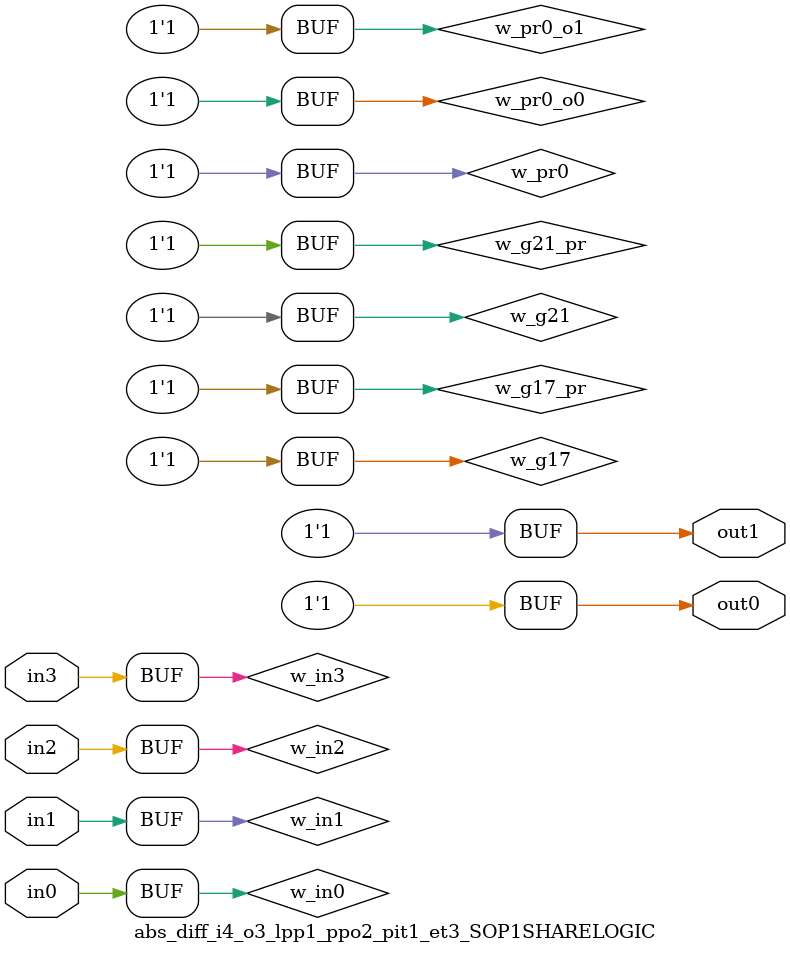
<source format=v>
module abs_diff_i4_o3_lpp1_ppo2_pit1_et3_SOP1SHARELOGIC (in0, in1, in2, in3, out0, out1);
// declaring inputs
input in0,  in1,  in2,  in3;
// declaring outputs
output out0,  out1;
// JSON model input
wire w_in3, w_in2, w_in1, w_in0;
// JSON model output
wire w_g17, w_g21;
//json model
wire w_g17_pr, w_g21_pr, w_pr0_o0, w_pr0_o1, w_pr0;
// JSON model input assign
assign w_in3 = in3;
assign w_in2 = in2;
assign w_in1 = in1;
assign w_in0 = in0;

//json model assigns (approximated Shared/XPAT part)
//assign literals to products
assign w_pr0 = 1;
//if a product has literals and if the product is being "activated" for that output
assign w_pr0_o0 = w_pr0 & 1;
assign w_pr0_o1 = w_pr0 & 1;
//compose an output with corresponding products (OR)
assign w_g17 = w_pr0_o0;
assign w_g21 = w_pr0_o1;
//if an output has products and if it is part of the JSON model
assign w_g17_pr = w_g17 & 1;
assign w_g21_pr = w_g21 & 1;
// output assigns
assign out0 = w_g17_pr;
assign out1 = w_g21_pr;
endmodule
</source>
